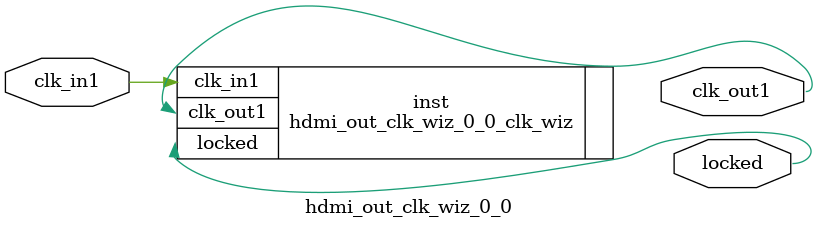
<source format=v>


`timescale 1ps/1ps

(* CORE_GENERATION_INFO = "hdmi_out_clk_wiz_0_0,clk_wiz_v6_0_13_0_0,{component_name=hdmi_out_clk_wiz_0_0,use_phase_alignment=false,use_min_o_jitter=false,use_max_i_jitter=false,use_dyn_phase_shift=false,use_inclk_switchover=false,use_dyn_reconfig=false,enable_axi=0,feedback_source=FDBK_AUTO,PRIMITIVE=MMCM,num_out_clk=1,clkin1_period=8.000,clkin2_period=10.000,use_power_down=false,use_reset=false,use_locked=true,use_inclk_stopped=false,feedback_type=SINGLE,CLOCK_MGR_TYPE=NA,manual_override=false}" *)

module hdmi_out_clk_wiz_0_0 
 (
  // Clock out ports
  output        clk_out1,
  // Status and control signals
  output        locked,
 // Clock in ports
  input         clk_in1
 );

  hdmi_out_clk_wiz_0_0_clk_wiz inst
  (
  // Clock out ports  
  .clk_out1(clk_out1),
  // Status and control signals               
  .locked(locked),
 // Clock in ports
  .clk_in1(clk_in1)
  );

endmodule

</source>
